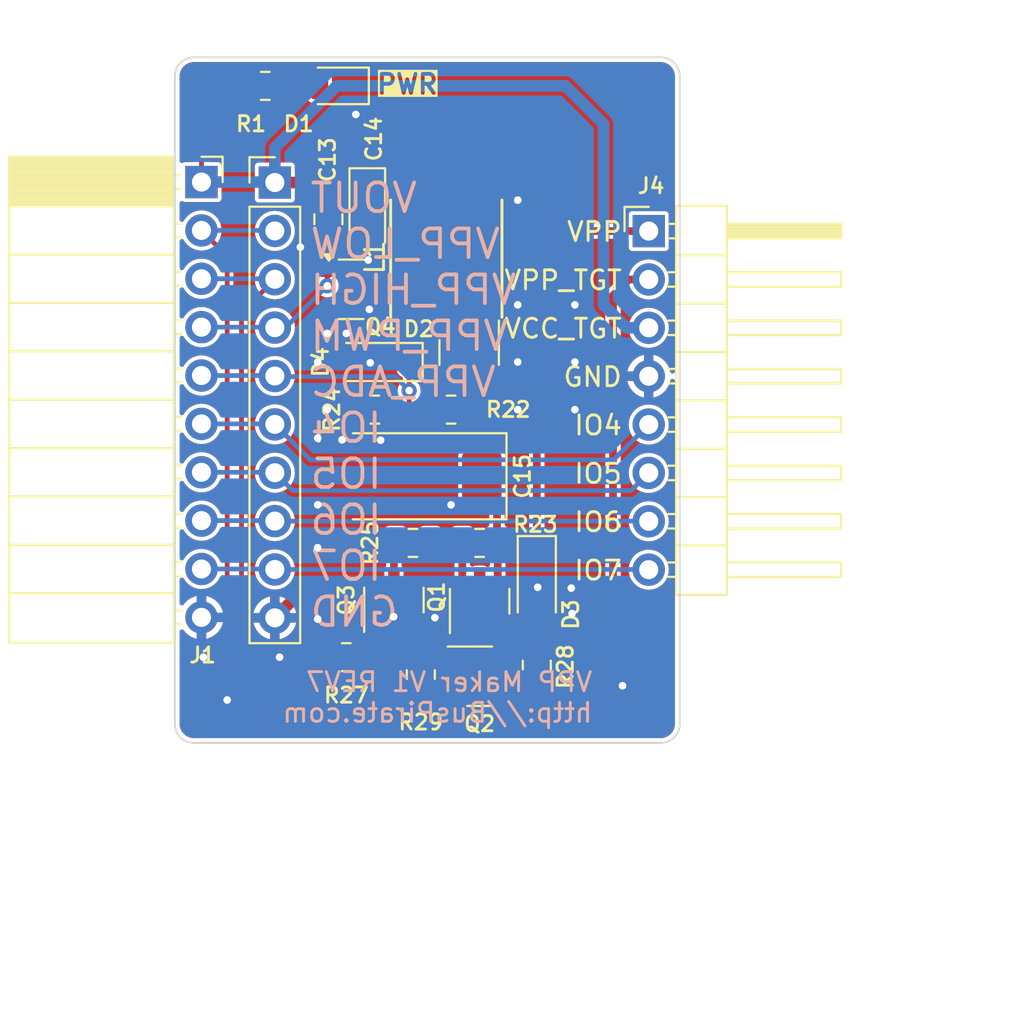
<source format=kicad_pcb>
(kicad_pcb (version 20240108) (generator "pcbnew") (generator_version "8.0")
  (layers (0 "F.Cu" signal) (31 "B.Cu" signal) (34 "B.Paste" user) (35 "F.Paste" user) (36 "B.SilkS" user "B.Silkscreen") (37 "F.SilkS" user "F.Silkscreen") (38 "B.Mask" user) (39 "F.Mask" user) (44 "Edge.Cuts" user))
  (net 0 "")
  (net 1 "Net-(D1-A)")
  (net 2 "VOUT")
  (net 3 "GND")
  (net 4 "VPP")
  (net 5 "IO4")
  (net 6 "IO5")
  (net 7 "IO6")
  (net 8 "IO7")
  (net 9 "VPP_HIGH")
  (net 10 "VPP_LOW")
  (net 11 "VPP_ADC")
  (net 12 "VPP_PWM")
  (net 13 "VPP_SW")
  (net 14 "Net-(D2-A)")
  (net 16 "Net-(Q1-B)")
  (net 17 "Net-(Q2-B)")
  (net 18 "Net-(Q2-C)")
  (net 19 "Net-(Q3-B)")
  (net 20 "Net-(Q3-C)")
  (footprint "Package_TO_SOT_SMD:SOT-23" (layer "F.Cu") (at 148.5 97.5 90)
    (property "Reference" "Q3" (at 0 -2.5 90) (layer "F.SilkS") (effects (font (size 0.8 0.8))))
    (property "Value" "MMBT3904")
    (fp_line (start 0 -1.56) (end 0.65 -1.56) (stroke (width 0.12)) (layer "F.SilkS"))
    (fp_line (start 0 -1.56) (end -1.675 -1.56) (stroke (width 0.12)) (layer "F.SilkS"))
    (fp_line (start 0 1.56) (end 0.65 1.56) (stroke (width 0.12)) (layer "F.SilkS"))
    (fp_line (start 0 1.56) (end -0.65 1.56) (stroke (width 0.12)) (layer "F.SilkS"))
    (pad "1" smd roundrect (at -0.9375 -0.95 90) (size 1.475 0.6) (layers "F.Cu" "F.Paste" "F.Mask") (net 19 "Net-(Q3-B)"))
    (pad "2" smd roundrect (at -0.9375 0.95 90) (size 1.475 0.6) (layers "F.Cu" "F.Paste" "F.Mask") (net 3 "GND"))
    (pad "3" smd roundrect (at 0.9375 0 90) (size 1.475 0.6) (layers "F.Cu" "F.Paste" "F.Mask") (net 20 "Net-(Q3-C)"))
  )
  (footprint "Package_TO_SOT_SMD:SOT-23" (layer "F.Cu") (at 152.45 84.5 -90)
    (property "Reference" "D2" (at -1.234493 2.644261 180) (layer "F.SilkS") (effects (font (size 0.8 0.8))))
    (property "Value" "BAT54W")
    (fp_line (start 0 1.56) (end -0.65 1.56) (stroke (width 0.12)) (layer "F.SilkS"))
    (fp_line (start 0 1.56) (end 0.65 1.56) (stroke (width 0.12)) (layer "F.SilkS"))
    (fp_line (start 0 -1.56) (end -1.675 -1.56) (stroke (width 0.12)) (layer "F.SilkS"))
    (fp_line (start 0 -1.56) (end 0.65 -1.56) (stroke (width 0.12)) (layer "F.SilkS"))
    (pad "1" smd roundrect (at -0.9375 -0.95 270) (size 1.475 0.6) (layers "F.Cu" "F.Paste" "F.Mask") (net 14 "Net-(D2-A)"))
    (pad "2" smd roundrect (at -0.9375 0.95 270) (size 1.475 0.6) (layers "F.Cu" "F.Paste" "F.Mask"))
    (pad "3" smd roundrect (at 0.9375 0 270) (size 1.475 0.6) (layers "F.Cu" "F.Paste" "F.Mask") (net 4 "VPP"))
  )
  (footprint "LED_SMD:LED_0805_2012Metric" (layer "F.Cu") (at 145.5 70.5 180)
    (property "Reference" "D1" (at 2 -2 180) (layer "F.SilkS") (effects (font (size 0.8 0.8))))
    (property "Value" "LED")
    (fp_line (start 1 -0.96) (end -1.685 -0.96) (stroke (width 0.12)) (layer "F.SilkS"))
    (fp_line (start -1.685 0.96) (end 1 0.96) (stroke (width 0.12)) (layer "F.SilkS"))
    (fp_line (start -1.685 -0.96) (end -1.685 0.96) (stroke (width 0.12)) (layer "F.SilkS"))
    (pad "1" smd roundrect (at -0.9375 0 180) (size 0.975 1.4) (layers "F.Cu" "F.Paste" "F.Mask") (net 3 "GND"))
    (pad "2" smd roundrect (at 0.9375 0 180) (size 0.975 1.4) (layers "F.Cu" "F.Paste" "F.Mask") (net 1 "Net-(D1-A)"))
  )
  (footprint "Capacitor_SMD:C_0805_2012Metric_Pad1.18x1.45mm_HandSolder" (layer "F.Cu") (at 145.059864 77.5 -90)
    (property "Reference" "C13" (at -3.121507 0.039333 90) (layer "F.SilkS") (effects (font (size 0.8 0.8))))
    (property "Value" "0.1uF")
    (fp_line (start -0.261252 0.735) (end 0.261252 0.735) (stroke (width 0.12)) (layer "F.SilkS"))
    (fp_line (start -0.261252 -0.735) (end 0.261252 -0.735) (stroke (width 0.12)) (layer "F.SilkS"))
    (pad "1" smd roundrect (at -1.0375 0 270) (size 1.175 1.45) (layers "F.Cu" "F.Paste" "F.Mask") (roundrect_rratio 0.2127659574) (net 2 "VOUT"))
    (pad "2" smd roundrect (at 1.0375 0 270) (size 1.175 1.45) (layers "F.Cu" "F.Paste" "F.Mask") (roundrect_rratio 0.2127659574) (net 3 "GND"))
  )
  (footprint "Diode_SMD:D_SOD-123" (layer "F.Cu") (at 147.65 85 180)
    (property "Reference" "D4" (at 3 0 -90) (layer "F.SilkS") (effects (font (size 0.8 0.8))))
    (property "Value" "4.7V")
    (fp_line (start -2.36 1) (end 1.65 1) (stroke (width 0.12)) (layer "F.SilkS"))
    (fp_line (start -2.36 -1) (end 1.65 -1) (stroke (width 0.12)) (layer "F.SilkS"))
    (fp_line (start -2.36 -1) (end -2.36 1) (stroke (width 0.12)) (layer "F.SilkS"))
    (pad "1" smd roundrect (at -1.65 0 180) (size 0.9 1.2) (layers "F.Cu" "F.Paste" "F.Mask") (net 11 "VPP_ADC"))
    (pad "2" smd roundrect (at 1.65 0 180) (size 0.9 1.2) (layers "F.Cu" "F.Paste" "F.Mask") (net 3 "GND"))
  )
  (footprint "Resistor_SMD:R_0805_2012Metric" (layer "F.Cu") (at 156 100.9125 90)
    (property "Reference" "R28" (at -0.0875 1.5 90) (layer "F.SilkS") (effects (font (size 0.8 0.8))))
    (property "Value" "100R")
    (fp_line (start -0.227064 -0.735) (end 0.227064 -0.735) (stroke (width 0.12)) (layer "F.SilkS"))
    (fp_line (start -0.227064 0.735) (end 0.227064 0.735) (stroke (width 0.12)) (layer "F.SilkS"))
    (pad "1" smd roundrect (at -0.9125 0 90) (size 1.025 1.4) (layers "F.Cu" "F.Paste" "F.Mask") (roundrect_rratio 0.243902439) (net 18 "Net-(Q2-C)"))
    (pad "2" smd roundrect (at 0.9125 0 90) (size 1.025 1.4) (layers "F.Cu" "F.Paste" "F.Mask") (roundrect_rratio 0.243902439) (net 13 "VPP_SW"))
  )
  (footprint "Connector_PinSocket_2.54mm:PinSocket_1x10_P2.54mm_Horizontal" (layer "F.Cu") (at 138.4 75.55)
    (property "Reference" "J1" (at 0.062558 24.844393 180) (layer "F.SilkS") (effects (font (size 0.8 0.8))))
    (property "Value" "Conn_01x10" (hide yes))
    (fp_line (start -10.09 -1.33) (end -10.09 24.19) (stroke (width 0.12)) (layer "F.SilkS"))
    (fp_line (start -10.09 -1.33) (end -1.46 -1.33) (stroke (width 0.12)) (layer "F.SilkS"))
    (fp_line (start -10.09 -1.21) (end -1.46 -1.21) (stroke (width 0.12)) (layer "F.SilkS"))
    (fp_line (start -10.09 -1.091905) (end -1.46 -1.091905) (stroke (width 0.12)) (layer "F.SilkS"))
    (fp_line (start -10.09 -0.97381) (end -1.46 -0.97381) (stroke (width 0.12)) (layer "F.SilkS"))
    (fp_line (start -10.09 -0.855715) (end -1.46 -0.855715) (stroke (width 0.12)) (layer "F.SilkS"))
    (fp_line (start -10.09 -0.73762) (end -1.46 -0.73762) (stroke (width 0.12)) (layer "F.SilkS"))
    (fp_line (start -10.09 -0.619525) (end -1.46 -0.619525) (stroke (width 0.12)) (layer "F.SilkS"))
    (fp_line (start -10.09 -0.50143) (end -1.46 -0.50143) (stroke (width 0.12)) (layer "F.SilkS"))
    (fp_line (start -10.09 -0.383335) (end -1.46 -0.383335) (stroke (width 0.12)) (layer "F.SilkS"))
    (fp_line (start -10.09 -0.26524) (end -1.46 -0.26524) (stroke (width 0.12)) (layer "F.SilkS"))
    (fp_line (start -10.09 -0.147145) (end -1.46 -0.147145) (stroke (width 0.12)) (layer "F.SilkS"))
    (fp_line (start -10.09 -0.02905) (end -1.46 -0.02905) (stroke (width 0.12)) (layer "F.SilkS"))
    (fp_line (start -10.09 0.089045) (end -1.46 0.089045) (stroke (width 0.12)) (layer "F.SilkS"))
    (fp_line (start -10.09 0.20714) (end -1.46 0.20714) (stroke (width 0.12)) (layer "F.SilkS"))
    (fp_line (start -10.09 0.325235) (end -1.46 0.325235) (stroke (width 0.12)) (layer "F.SilkS"))
    (fp_line (start -10.09 0.44333) (end -1.46 0.44333) (stroke (width 0.12)) (layer "F.SilkS"))
    (fp_line (start -10.09 0.561425) (end -1.46 0.561425) (stroke (width 0.12)) (layer "F.SilkS"))
    (fp_line (start -10.09 0.67952) (end -1.46 0.67952) (stroke (width 0.12)) (layer "F.SilkS"))
    (fp_line (start -10.09 0.797615) (end -1.46 0.797615) (stroke (width 0.12)) (layer "F.SilkS"))
    (fp_line (start -10.09 0.91571) (end -1.46 0.91571) (stroke (width 0.12)) (layer "F.SilkS"))
    (fp_line (start -10.09 1.033805) (end -1.46 1.033805) (stroke (width 0.12)) (layer "F.SilkS"))
    (fp_line (start -10.09 1.1519) (end -1.46 1.1519) (stroke (width 0.12)) (layer "F.SilkS"))
    (fp_line (start -10.09 1.27) (end -1.46 1.27) (stroke (width 0.12)) (layer "F.SilkS"))
    (fp_line (start -10.09 3.81) (end -1.46 3.81) (stroke (width 0.12)) (layer "F.SilkS"))
    (fp_line (start -10.09 6.35) (end -1.46 6.35) (stroke (width 0.12)) (layer "F.SilkS"))
    (fp_line (start -10.09 8.89) (end -1.46 8.89) (stroke (width 0.12)) (layer "F.SilkS"))
    (fp_line (start -10.09 11.43) (end -1.46 11.43) (stroke (width 0.12)) (layer "F.SilkS"))
    (fp_line (start -10.09 13.97) (end -1.46 13.97) (stroke (width 0.12)) (layer "F.SilkS"))
    (fp_line (start -10.09 16.51) (end -1.46 16.51) (stroke (width 0.12)) (layer "F.SilkS"))
    (fp_line (start -10.09 19.05) (end -1.46 19.05) (stroke (width 0.12)) (layer "F.SilkS"))
    (fp_line (start -10.09 21.59) (end -1.46 21.59) (stroke (width 0.12)) (layer "F.SilkS"))
    (fp_line (start -10.09 24.19) (end -1.46 24.19) (stroke (width 0.12)) (layer "F.SilkS"))
    (fp_line (start -1.46 -1.33) (end -1.46 24.19) (stroke (width 0.12)) (layer "F.SilkS"))
    (fp_line (start -1.46 -0.36) (end -1.11 -0.36) (stroke (width 0.12)) (layer "F.SilkS"))
    (fp_line (start -1.46 0.36) (end -1.11 0.36) (stroke (width 0.12)) (layer "F.SilkS"))
    (fp_line (start -1.46 2.18) (end -1.05 2.18) (stroke (width 0.12)) (layer "F.SilkS"))
    (fp_line (start -1.46 2.9) (end -1.05 2.9) (stroke (width 0.12)) (layer "F.SilkS"))
    (fp_line (start -1.46 4.72) (end -1.05 4.72) (stroke (width 0.12)) (layer "F.SilkS"))
    (fp_line (start -1.46 5.44) (end -1.05 5.44) (stroke (width 0.12)) (layer "F.SilkS"))
    (fp_line (start -1.46 7.26) (end -1.05 7.26) (stroke (width 0.12)) (layer "F.SilkS"))
    (fp_line (start -1.46 7.98) (end -1.05 7.98) (stroke (width 0.12)) (layer "F.SilkS"))
    (fp_line (start -1.46 9.8) (end -1.05 9.8) (stroke (width 0.12)) (layer "F.SilkS"))
    (fp_line (start -1.46 10.52) (end -1.05 10.52) (stroke (width 0.12)) (layer "F.SilkS"))
    (fp_line (start -1.46 12.34) (end -1.05 12.34) (stroke (width 0.12)) (layer "F.SilkS"))
    (fp_line (start -1.46 13.06) (end -1.05 13.06) (stroke (width 0.12)) (layer "F.SilkS"))
    (fp_line (start -1.46 14.88) (end -1.05 14.88) (stroke (width 0.12)) (layer "F.SilkS"))
    (fp_line (start -1.46 15.6) (end -1.05 15.6) (stroke (width 0.12)) (layer "F.SilkS"))
    (fp_line (start -1.46 17.42) (end -1.05 17.42) (stroke (width 0.12)) (layer "F.SilkS"))
    (fp_line (start -1.46 18.14) (end -1.05 18.14) (stroke (width 0.12)) (layer "F.SilkS"))
    (fp_line (start -1.46 19.96) (end -1.05 19.96) (stroke (width 0.12)) (layer "F.SilkS"))
    (fp_line (start -1.46 20.68) (end -1.05 20.68) (stroke (width 0.12)) (layer "F.SilkS"))
    (fp_line (start -1.46 22.5) (end -1.05 22.5) (stroke (width 0.12)) (layer "F.SilkS"))
    (fp_line (start -1.46 23.22) (end -1.05 23.22) (stroke (width 0.12)) (layer "F.SilkS"))
    (fp_line (start 0 -1.33) (end 1.11 -1.33) (stroke (width 0.12)) (layer "F.SilkS"))
    (fp_line (start 1.11 -1.33) (end 1.11 0) (stroke (width 0.12)) (layer "F.SilkS"))
    (pad "1" thru_hole rect (at 0 0) (size 1.7 1.7) (drill 1) (layers "*.Cu" "*.Mask") (net 2 "VOUT"))
    (pad "2" thru_hole oval (at 0 2.54) (size 1.7 1.7) (drill 1) (layers "*.Cu" "*.Mask") (net 10 "VPP_LOW"))
    (pad "3" thru_hole oval (at 0 5.08) (size 1.7 1.7) (drill 1) (layers "*.Cu" "*.Mask") (net 9 "VPP_HIGH"))
    (pad "4" thru_hole oval (at 0 7.62) (size 1.7 1.7) (drill 1) (layers "*.Cu" "*.Mask") (net 12 "VPP_PWM"))
    (pad "5" thru_hole oval (at 0 10.16) (size 1.7 1.7) (drill 1) (layers "*.Cu" "*.Mask") (net 11 "VPP_ADC"))
    (pad "6" thru_hole oval (at 0 12.7) (size 1.7 1.7) (drill 1) (layers "*.Cu" "*.Mask") (net 5 "IO4"))
    (pad "7" thru_hole oval (at 0 15.24) (size 1.7 1.7) (drill 1) (layers "*.Cu" "*.Mask") (net 6 "IO5"))
    (pad "8" thru_hole oval (at 0 17.78) (size 1.7 1.7) (drill 1) (layers "*.Cu" "*.Mask") (net 7 "IO6"))
    (pad "9" thru_hole oval (at 0 20.32) (size 1.7 1.7) (drill 1) (layers "*.Cu" "*.Mask") (net 8 "IO7"))
    (pad "10" thru_hole oval (at 0 22.86) (size 1.7 1.7) (drill 1) (layers "*.Cu" "*.Mask") (net 3 "GND"))
  )
  (footprint "Package_TO_SOT_SMD:SOT-23" (layer "F.Cu") (at 153 97.5625 90)
    (property "Reference" "Q1" (at 0.220457 -2.257008 90) (layer "F.SilkS") (effects (font (size 0.8 0.8))))
    (property "Value" "MMBT3906")
    (fp_line (start 0 -1.56) (end 0.65 -1.56) (stroke (width 0.12)) (layer "F.SilkS"))
    (fp_line (start 0 -1.56) (end -1.675 -1.56) (stroke (width 0.12)) (layer "F.SilkS"))
    (fp_line (start 0 1.56) (end 0.65 1.56) (stroke (width 0.12)) (layer "F.SilkS"))
    (fp_line (start 0 1.56) (end -0.65 1.56) (stroke (width 0.12)) (layer "F.SilkS"))
    (pad "1" smd roundrect (at -0.9375 -0.95 90) (size 1.475 0.6) (layers "F.Cu" "F.Paste" "F.Mask") (net 16 "Net-(Q1-B)"))
    (pad "2" smd roundrect (at -0.9375 0.95 90) (size 1.475 0.6) (layers "F.Cu" "F.Paste" "F.Mask") (net 4 "VPP"))
    (pad "3" smd roundrect (at 0.9375 0 90) (size 1.475 0.6) (layers "F.Cu" "F.Paste" "F.Mask") (net 13 "VPP_SW"))
  )
  (footprint "Resistor_SMD:R_0805_2012Metric" (layer "F.Cu") (at 149.9125 101.4125 -90)
    (property "Reference" "R29" (at 2.5 0 0) (layer "F.SilkS") (effects (font (size 0.8 0.8))))
    (property "Value" "10K")
    (fp_line (start -0.227064 0.735) (end 0.227064 0.735) (stroke (width 0.12)) (layer "F.SilkS"))
    (fp_line (start -0.227064 -0.735) (end 0.227064 -0.735) (stroke (width 0.12)) (layer "F.SilkS"))
    (pad "1" smd roundrect (at -0.9125 0 270) (size 1.025 1.4) (layers "F.Cu" "F.Paste" "F.Mask") (roundrect_rratio 0.243902439) (net 17 "Net-(Q2-B)"))
    (pad "2" smd roundrect (at 0.9125 0 270) (size 1.025 1.4) (layers "F.Cu" "F.Paste" "F.Mask") (roundrect_rratio 0.243902439) (net 10 "VPP_LOW"))
  )
  (footprint "Resistor_SMD:R_0805_2012Metric" (layer "F.Cu") (at 147.5 87.5 180)
    (property "Reference" "R24" (at 2.25 0 90) (layer "F.SilkS") (effects (font (size 0.8 0.8))))
    (property "Value" "2K")
    (fp_line (start -0.227064 0.735) (end 0.227064 0.735) (stroke (width 0.12)) (layer "F.SilkS"))
    (fp_line (start -0.227064 -0.735) (end 0.227064 -0.735) (stroke (width 0.12)) (layer "F.SilkS"))
    (pad "1" smd roundrect (at -0.9125 0 180) (size 1.025 1.4) (layers "F.Cu" "F.Paste" "F.Mask") (roundrect_rratio 0.243902439) (net 11 "VPP_ADC"))
    (pad "2" smd roundrect (at 0.9125 0 180) (size 1.025 1.4) (layers "F.Cu" "F.Paste" "F.Mask") (roundrect_rratio 0.243902439) (net 3 "GND"))
  )
  (footprint "Capacitor_Tantalum_SMD:CP_EIA-3216-18_Kemet-A" (layer "F.Cu") (at 147.102685 77.137256 -90)
    (property "Reference" "C14" (at -3.850608 -0.341479 90) (layer "F.SilkS") (effects (font (size 0.8 0.8))))
    (property "Value" "10uF/16V/CASE-A")
    (fp_line (start -2.31 0.935) (end 1.6 0.935) (stroke (width 0.12)) (layer "F.SilkS"))
    (fp_line (start -2.31 -0.935) (end -2.31 0.935) (stroke (width 0.12)) (layer "F.SilkS"))
    (fp_line (start 1.6 -0.935) (end -2.31 -0.935) (stroke (width 0.12)) (layer "F.SilkS"))
    (pad "1" smd roundrect (at -1.35 0 270) (size 1.4 1.35) (layers "F.Cu" "F.Paste" "F.Mask") (roundrect_rratio 0.1851851852) (net 2 "VOUT"))
    (pad "2" smd roundrect (at 1.35 0 270) (size 1.4 1.35) (layers "F.Cu" "F.Paste" "F.Mask") (roundrect_rratio 0.1851851852) (net 3 "GND"))
  )
  (footprint "Resistor_SMD:R_0805_2012Metric" (layer "F.Cu") (at 153 94.5)
    (property "Reference" "R23" (at 2.926413 -0.966769 0) (layer "F.SilkS") (effects (font (size 0.8 0.8))))
    (property "Value" "100K")
    (fp_line (start -0.227064 -0.735) (end 0.227064 -0.735) (stroke (width 0.12)) (layer "F.SilkS"))
    (fp_line (start -0.227064 0.735) (end 0.227064 0.735) (stroke (width 0.12)) (layer "F.SilkS"))
    (pad "1" smd roundrect (at -0.9125 0) (size 1.025 1.4) (layers "F.Cu" "F.Paste" "F.Mask") (roundrect_rratio 0.243902439) (net 16 "Net-(Q1-B)"))
    (pad "2" smd roundrect (at 0.9125 0) (size 1.025 1.4) (layers "F.Cu" "F.Paste" "F.Mask") (roundrect_rratio 0.243902439) (net 4 "VPP"))
  )
  (footprint "Capacitor_Tantalum_SMD:CP_EIA-7343-31_Kemet-D" (layer "F.Cu") (at 150 91 180)
    (property "Reference" "C15" (at -5.25 0 90) (layer "F.SilkS") (effects (font (size 0.8 0.8))))
    (property "Value" "47uF/25V/CASE-D")
    (fp_line (start 3.65 -2.26) (end -4.41 -2.26) (stroke (width 0.12)) (layer "F.SilkS"))
    (fp_line (start -4.41 2.26) (end 3.65 2.26) (stroke (width 0.12)) (layer "F.SilkS"))
    (fp_line (start -4.41 -2.26) (end -4.41 2.26) (stroke (width 0.12)) (layer "F.SilkS"))
    (pad "1" smd roundrect (at -3.1125 0 180) (size 2.075 2.55) (layers "F.Cu" "F.Paste" "F.Mask") (roundrect_rratio 0.1204819277) (net 4 "VPP"))
    (pad "2" smd roundrect (at 3.1125 0 180) (size 2.075 2.55) (layers "F.Cu" "F.Paste" "F.Mask") (roundrect_rratio 0.1204819277) (net 3 "GND"))
  )
  (footprint "Package_TO_SOT_SMD:SOT-23" (layer "F.Cu") (at 153 101.5)
    (property "Reference" "Q2" (at 0 2.5 0) (layer "F.SilkS") (effects (font (size 0.8 0.8))))
    (property "Value" "MMBT3904")
    (fp_line (start 0 -1.56) (end -1.675 -1.56) (stroke (width 0.12)) (layer "F.SilkS"))
    (fp_line (start 0 -1.56) (end 0.65 -1.56) (stroke (width 0.12)) (layer "F.SilkS"))
    (fp_line (start 0 1.56) (end -0.65 1.56) (stroke (width 0.12)) (layer "F.SilkS"))
    (fp_line (start 0 1.56) (end 0.65 1.56) (stroke (width 0.12)) (layer "F.SilkS"))
    (pad "1" smd roundrect (at -0.9375 -0.95) (size 1.475 0.6) (layers "F.Cu" "F.Paste" "F.Mask") (net 17 "Net-(Q2-B)"))
    (pad "2" smd roundrect (at -0.9375 0.95) (size 1.475 0.6) (layers "F.Cu" "F.Paste" "F.Mask") (net 3 "GND"))
    (pad "3" smd roundrect (at 0.9375 0) (size 1.475 0.6) (layers "F.Cu" "F.Paste" "F.Mask") (net 18 "Net-(Q2-C)"))
  )
  (footprint "Connector_PinHeader_2.54mm:PinHeader_1x10_P2.54mm_Vertical" (layer "F.Cu") (at 142.25 75.575)
    (property "Reference" "J2")
    (property "Value" "Conn_01x10" (hide yes))
    (fp_line (start -1.33 -1.33) (end 0 -1.33) (stroke (width 0.12)) (layer "F.SilkS"))
    (fp_line (start -1.33 0) (end -1.33 -1.33) (stroke (width 0.12)) (layer "F.SilkS"))
    (fp_line (start -1.33 1.27) (end -1.33 24.19) (stroke (width 0.12)) (layer "F.SilkS"))
    (fp_line (start -1.33 1.27) (end 1.33 1.27) (stroke (width 0.12)) (layer "F.SilkS"))
    (fp_line (start -1.33 24.19) (end 1.33 24.19) (stroke (width 0.12)) (layer "F.SilkS"))
    (fp_line (start 1.33 1.27) (end 1.33 24.19) (stroke (width 0.12)) (layer "F.SilkS"))
    (pad "1" thru_hole rect (at 0 0) (size 1.7 1.7) (drill 1) (layers "*.Cu" "*.Mask") (net 2 "VOUT"))
    (pad "2" thru_hole oval (at 0 2.54) (size 1.7 1.7) (drill 1) (layers "*.Cu" "*.Mask") (net 10 "VPP_LOW"))
    (pad "3" thru_hole oval (at 0 5.08) (size 1.7 1.7) (drill 1) (layers "*.Cu" "*.Mask") (net 9 "VPP_HIGH"))
    (pad "4" thru_hole oval (at 0 7.62) (size 1.7 1.7) (drill 1) (layers "*.Cu" "*.Mask") (net 12 "VPP_PWM"))
    (pad "5" thru_hole oval (at 0 10.16) (size 1.7 1.7) (drill 1) (layers "*.Cu" "*.Mask") (net 11 "VPP_ADC"))
    (pad "6" thru_hole oval (at 0 12.7) (size 1.7 1.7) (drill 1) (layers "*.Cu" "*.Mask") (net 5 "IO4"))
    (pad "7" thru_hole oval (at 0 15.24) (size 1.7 1.7) (drill 1) (layers "*.Cu" "*.Mask") (net 6 "IO5"))
    (pad "8" thru_hole oval (at 0 17.78) (size 1.7 1.7) (drill 1) (layers "*.Cu" "*.Mask") (net 7 "IO6"))
    (pad "9" thru_hole oval (at 0 20.32) (size 1.7 1.7) (drill 1) (layers "*.Cu" "*.Mask") (net 8 "IO7"))
    (pad "10" thru_hole oval (at 0 22.86) (size 1.7 1.7) (drill 1) (layers "*.Cu" "*.Mask") (net 3 "GND"))
  )
  (footprint "Connector_PinHeader_2.54mm:PinHeader_1x08_P2.54mm_Horizontal" (layer "F.Cu") (at 161.875 78.125)
    (property "Reference" "J4" (at 0.125 -2.375 0) (layer "F.SilkS") (effects (font (size 0.8 0.8))))
    (property "Value" "Conn_01x08")
    (fp_line (start -1.27 -1.27) (end 0 -1.27) (stroke (width 0.12)) (layer "F.SilkS"))
    (fp_line (start -1.27 0) (end -1.27 -1.27) (stroke (width 0.12)) (layer "F.SilkS"))
    (fp_line (start 1.042929 2.16) (end 1.44 2.16) (stroke (width 0.12)) (layer "F.SilkS"))
    (fp_line (start 1.042929 2.92) (end 1.44 2.92) (stroke (width 0.12)) (layer "F.SilkS"))
    (fp_line (start 1.042929 4.7) (end 1.44 4.7) (stroke (width 0.12)) (layer "F.SilkS"))
    (fp_line (start 1.042929 5.46) (end 1.44 5.46) (stroke (width 0.12)) (layer "F.SilkS"))
    (fp_line (start 1.042929 7.24) (end 1.44 7.24) (stroke (width 0.12)) (layer "F.SilkS"))
    (fp_line (start 1.042929 8) (end 1.44 8) (stroke (width 0.12)) (layer "F.SilkS"))
    (fp_line (start 1.042929 9.78) (end 1.44 9.78) (stroke (width 0.12)) (layer "F.SilkS"))
    (fp_line (start 1.042929 10.54) (end 1.44 10.54) (stroke (width 0.12)) (layer "F.SilkS"))
    (fp_line (start 1.042929 12.32) (end 1.44 12.32) (stroke (width 0.12)) (layer "F.SilkS"))
    (fp_line (start 1.042929 13.08) (end 1.44 13.08) (stroke (width 0.12)) (layer "F.SilkS"))
    (fp_line (start 1.042929 14.86) (end 1.44 14.86) (stroke (width 0.12)) (layer "F.SilkS"))
    (fp_line (start 1.042929 15.62) (end 1.44 15.62) (stroke (width 0.12)) (layer "F.SilkS"))
    (fp_line (start 1.042929 17.4) (end 1.44 17.4) (stroke (width 0.12)) (layer "F.SilkS"))
    (fp_line (start 1.042929 18.16) (end 1.44 18.16) (stroke (width 0.12)) (layer "F.SilkS"))
    (fp_line (start 1.11 -0.38) (end 1.44 -0.38) (stroke (width 0.12)) (layer "F.SilkS"))
    (fp_line (start 1.11 0.38) (end 1.44 0.38) (stroke (width 0.12)) (layer "F.SilkS"))
    (fp_line (start 1.44 -1.33) (end 1.44 19.11) (stroke (width 0.12)) (layer "F.SilkS"))
    (fp_line (start 1.44 1.27) (end 4.1 1.27) (stroke (width 0.12)) (layer "F.SilkS"))
    (fp_line (start 1.44 3.81) (end 4.1 3.81) (stroke (width 0.12)) (layer "F.SilkS"))
    (fp_line (start 1.44 6.35) (end 4.1 6.35) (stroke (width 0.12)) (layer "F.SilkS"))
    (fp_line (start 1.44 8.89) (end 4.1 8.89) (stroke (width 0.12)) (layer "F.SilkS"))
    (fp_line (start 1.44 11.43) (end 4.1 11.43) (stroke (width 0.12)) (layer "F.SilkS"))
    (fp_line (start 1.44 13.97) (end 4.1 13.97) (stroke (width 0.12)) (layer "F.SilkS"))
    (fp_line (start 1.44 16.51) (end 4.1 16.51) (stroke (width 0.12)) (layer "F.SilkS"))
    (fp_line (start 1.44 19.11) (end 4.1 19.11) (stroke (width 0.12)) (layer "F.SilkS"))
    (fp_line (start 4.1 -1.33) (end 1.44 -1.33) (stroke (width 0.12)) (layer "F.SilkS"))
    (fp_line (start 4.1 -0.38) (end 10.1 -0.38) (stroke (width 0.12)) (layer "F.SilkS"))
    (fp_line (start 4.1 -0.32) (end 10.1 -0.32) (stroke (width 0.12)) (layer "F.SilkS"))
    (fp_line (start 4.1 -0.2) (end 10.1 -0.2) (stroke (width 0.12)) (layer "F.SilkS"))
    (fp_line (start 4.1 -0.08) (end 10.1 -0.08) (stroke (width 0.12)) (layer "F.SilkS"))
    (fp_line (start 4.1 0.04) (end 10.1 0.04) (stroke (width 0.12)) (layer "F.SilkS"))
    (fp_line (start 4.1 0.16) (end 10.1 0.16) (stroke (width 0.12)) (layer "F.SilkS"))
    (fp_line (start 4.1 0.28) (end 10.1 0.28) (stroke (width 0.12)) (layer "F.SilkS"))
    (fp_line (start 4.1 2.16) (end 10.1 2.16) (stroke (width 0.12)) (layer "F.SilkS"))
    (fp_line (start 4.1 4.7) (end 10.1 4.7) (stroke (width 0.12)) (layer "F.SilkS"))
    (fp_line (start 4.1 7.24) (end 10.1 7.24) (stroke (width 0.12)) (layer "F.SilkS"))
    (fp_line (start 4.1 9.78) (end 10.1 9.78) (stroke (width 0.12)) (layer "F.SilkS"))
    (fp_line (start 4.1 12.32) (end 10.1 12.32) (stroke (width 0.12)) (layer "F.SilkS"))
    (fp_line (start 4.1 14.86) (end 10.1 14.86) (stroke (width 0.12)) (layer "F.SilkS"))
    (fp_line (start 4.1 17.4) (end 10.1 17.4) (stroke (width 0.12)) (layer "F.SilkS"))
    (fp_line (start 4.1 19.11) (end 4.1 -1.33) (stroke (width 0.12)) (layer "F.SilkS"))
    (fp_line (start 10.1 -0.38) (end 10.1 0.38) (stroke (width 0.12)) (layer "F.SilkS"))
    (fp_line (start 10.1 0.38) (end 4.1 0.38) (stroke (width 0.12)) (layer "F.SilkS"))
    (fp_line (start 10.1 2.16) (end 10.1 2.92) (stroke (width 0.12)) (layer "F.SilkS"))
    (fp_line (start 10.1 2.92) (end 4.1 2.92) (stroke (width 0.12)) (layer "F.SilkS"))
    (fp_line (start 10.1 4.7) (end 10.1 5.46) (stroke (width 0.12)) (layer "F.SilkS"))
    (fp_line (start 10.1 5.46) (end 4.1 5.46) (stroke (width 0.12)) (layer "F.SilkS"))
    (fp_line (start 10.1 7.24) (end 10.1 8) (stroke (width 0.12)) (layer "F.SilkS"))
    (fp_line (start 10.1 8) (end 4.1 8) (stroke (width 0.12)) (layer "F.SilkS"))
    (fp_line (start 10.1 9.78) (end 10.1 10.54) (stroke (width 0.12)) (layer "F.SilkS"))
    (fp_line (start 10.1 10.54) (end 4.1 10.54) (stroke (width 0.12)) (layer "F.SilkS"))
    (fp_line (start 10.1 12.32) (end 10.1 13.08) (stroke (width 0.12)) (layer "F.SilkS"))
    (fp_line (start 10.1 13.08) (end 4.1 13.08) (stroke (width 0.12)) (layer "F.SilkS"))
    (fp_line (start 10.1 14.86) (end 10.1 15.62) (stroke (width 0.12)) (layer "F.SilkS"))
    (fp_line (start 10.1 15.62) (end 4.1 15.62) (stroke (width 0.12)) (layer "F.SilkS"))
    (fp_line (start 10.1 17.4) (end 10.1 18.16) (stroke (width 0.12)) (layer "F.SilkS"))
    (fp_line (start 10.1 18.16) (end 4.1 18.16) (stroke (width 0.12)) (layer "F.SilkS"))
    (pad "1" thru_hole rect (at 0 0) (size 1.7 1.7) (drill 1) (layers "*.Cu" "*.Mask") (net 4 "VPP"))
    (pad "2" thru_hole oval (at 0 2.54) (size 1.7 1.7) (drill 1) (layers "*.Cu" "*.Mask") (net 13 "VPP_SW"))
    (pad "3" thru_hole oval (at 0 5.08) (size 1.7 1.7) (drill 1) (layers "*.Cu" "*.Mask") (net 2 "VOUT"))
    (pad "4" thru_hole oval (at 0 7.62) (size 1.7 1.7) (drill 1) (layers "*.Cu" "*.Mask") (net 3 "GND"))
    (pad "5" thru_hole oval (at 0 10.16) (size 1.7 1.7) (drill 1) (layers "*.Cu" "*.Mask") (net 5 "IO4"))
    (pad "6" thru_hole oval (at 0 12.7) (size 1.7 1.7) (drill 1) (layers "*.Cu" "*.Mask") (net 6 "IO5"))
    (pad "7" thru_hole oval (at 0 15.24) (size 1.7 1.7) (drill 1) (layers "*.Cu" "*.Mask") (net 7 "IO6"))
    (pad "8" thru_hole oval (at 0 17.78) (size 1.7 1.7) (drill 1) (layers "*.Cu" "*.Mask") (net 8 "IO7"))
  )
  (footprint "Package_TO_SOT_SMD:SOT-23" (layer "F.Cu") (at 146.250028 81.182666)
    (property "Reference" "Q4" (at 1.537841 1.970068 0) (layer "F.SilkS") (effects (font (size 0.8 0.8))))
    (property "Value" "MMBT3904")
    (fp_line (start 0 -1.56) (end -0.65 -1.56) (stroke (width 0.12)) (layer "F.SilkS"))
    (fp_line (start 0 -1.56) (end 0.65 -1.56) (stroke (width 0.12)) (layer "F.SilkS"))
    (fp_line (start 0 1.56) (end -0.65 1.56) (stroke (width 0.12)) (layer "F.SilkS"))
    (fp_line (start 0 1.56) (end 0.65 1.56) (stroke (width 0.12)) (layer "F.SilkS"))
    (fp_poly (pts (xy -1.1625 -1.51) (xy -1.4025 -1.84) (xy -0.9225 -1.84) (xy -1.1625 -1.51)) (stroke (width 0.12)) (fill solid) (layer "F.SilkS"))
    (pad "1" smd roundrect (at -0.9375 -0.95) (size 1.475 0.6) (layers "F.Cu" "F.Paste" "F.Mask") (net 12 "VPP_PWM"))
    (pad "2" smd roundrect (at -0.9375 0.95) (size 1.475 0.6) (layers "F.Cu" "F.Paste" "F.Mask") (net 3 "GND"))
    (pad "3" smd roundrect (at 0.9375 0) (size 1.475 0.6) (layers "F.Cu" "F.Paste" "F.Mask") (net 14 "Net-(D2-A)"))
  )
  (footprint "Library:L_YP0504" (layer "F.Cu") (at 151.249999 79.5 90)
    (property "Reference" "L1" (at 0 -3.75 90) (layer "F.SilkS"))
    (property "Value" "680uH" (hide yes))
    (fp_line (start 3.002 -2.921) (end 3.002 -2.921) (stroke (width 0.152)) (layer "F.SilkS"))
    (fp_line (start -3.15 -2.921) (end 3.002 -2.921) (stroke (width 0.152)) (layer "F.SilkS"))
    (fp_line (start 3.002 2.921) (end 3.002 2.921) (stroke (width 0.152)) (layer "F.SilkS"))
    (fp_line (start -3.15 2.921) (end 3.002 2.921) (stroke (width 0.152)) (layer "F.SilkS"))
    (pad "1" smd rect (at 1.925 0 90) (size 2.15 5.5) (layers "F.Cu" "F.Paste" "F.Mask") (net 2 "VOUT"))
    (pad "2" smd rect (at -1.925 0 90) (size 2.15 5.5) (layers "F.Cu" "F.Paste" "F.Mask") (net 14 "Net-(D2-A)"))
  )
  (footprint "Resistor_SMD:R_0805_2012Metric" (layer "F.Cu") (at 151.5 87.5 180)
    (property "Reference" "R22" (at -3 0 180) (layer "F.SilkS") (effects (font (size 0.8 0.8))))
    (property "Value" "10K")
    (fp_line (start -0.227064 0.735) (end 0.227064 0.735) (stroke (width 0.12)) (layer "F.SilkS"))
    (fp_line (start -0.227064 -0.735) (end 0.227064 -0.735) (stroke (width 0.12)) (layer "F.SilkS"))
    (pad "1" smd roundrect (at -0.9125 0 180) (size 1.025 1.4) (layers "F.Cu" "F.Paste" "F.Mask") (roundrect_rratio 0.243902439) (net 4 "VPP"))
    (pad "2" smd roundrect (at 0.9125 0 180) (size 1.025 1.4) (layers "F.Cu" "F.Paste" "F.Mask") (roundrect_rratio 0.243902439) (net 11 "VPP_ADC"))
  )
  (footprint "Resistor_SMD:R_0805_2012Metric" (layer "F.Cu") (at 141.75 70.5)
    (property "Reference" "R1" (at -0.75 2 0) (layer "F.SilkS") (effects (font (size 0.8 0.8))))
    (property "Value" "2K")
    (fp_line (start -0.227064 -0.735) (end 0.227064 -0.735) (stroke (width 0.12)) (layer "F.SilkS"))
    (fp_line (start -0.227064 0.735) (end 0.227064 0.735) (stroke (width 0.12)) (layer "F.SilkS"))
    (pad "1" smd roundrect (at -0.9125 0) (size 1.025 1.4) (layers "F.Cu" "F.Paste" "F.Mask") (roundrect_rratio 0.243902439) (net 2 "VOUT"))
    (pad "2" smd roundrect (at 0.9125 0) (size 1.025 1.4) (layers "F.Cu" "F.Paste" "F.Mask") (roundrect_rratio 0.243902439) (net 1 "Net-(D1-A)"))
  )
  (footprint "Diode_SMD:D_SOD-123" (layer "F.Cu") (at 156 96.5 -90)
    (property "Reference" "D3" (at 1.758449 -1.787862 90) (layer "F.SilkS") (effects (font (size 0.8 0.8))))
    (property "Value" "18V")
    (fp_line (start -2.36 1) (end 1.65 1) (stroke (width 0.12)) (layer "F.SilkS"))
    (fp_line (start -2.36 -1) (end -2.36 1) (stroke (width 0.12)) (layer "F.SilkS"))
    (fp_line (start -2.36 -1) (end 1.65 -1) (stroke (width 0.12)) (layer "F.SilkS"))
    (pad "1" smd roundrect (at -1.65 0 270) (size 0.9 1.2) (layers "F.Cu" "F.Paste" "F.Mask") (net 4 "VPP"))
    (pad "2" smd roundrect (at 1.65 0 270) (size 0.9 1.2) (layers "F.Cu" "F.Paste" "F.Mask") (net 3 "GND"))
  )
  (footprint "Resistor_SMD:R_0805_2012Metric" (layer "F.Cu") (at 149.5 94.5)
    (property "Reference" "R25" (at -2.25 0 90) (layer "F.SilkS") (effects (font (size 0.8 0.8))))
    (property "Value" "10K")
    (fp_line (start -0.227064 -0.735) (end 0.227064 -0.735) (stroke (width 0.12)) (layer "F.SilkS"))
    (fp_line (start -0.227064 0.735) (end 0.227064 0.735) (stroke (width 0.12)) (layer "F.SilkS"))
    (pad "1" smd roundrect (at -0.9125 0) (size 1.025 1.4) (layers "F.Cu" "F.Paste" "F.Mask") (roundrect_rratio 0.243902439) (net 20 "Net-(Q3-C)"))
    (pad "2" smd roundrect (at 0.9125 0) (size 1.025 1.4) (layers "F.Cu" "F.Paste" "F.Mask") (roundrect_rratio 0.243902439) (net 16 "Net-(Q1-B)"))
  )
  (footprint "Resistor_SMD:R_0805_2012Metric" (layer "F.Cu") (at 146 100.5 180)
    (property "Reference" "R27" (at 0 -2 180) (layer "F.SilkS") (effects (font (size 0.8 0.8))))
    (property "Value" "10K")
    (fp_line (start -0.227064 0.735) (end 0.227064 0.735) (stroke (width 0.12)) (layer "F.SilkS"))
    (fp_line (start -0.227064 -0.735) (end 0.227064 -0.735) (stroke (width 0.12)) (layer "F.SilkS"))
    (pad "1" smd roundrect (at -0.9125 0 180) (size 1.025 1.4) (layers "F.Cu" "F.Paste" "F.Mask") (roundrect_rratio 0.243902439) (net 19 "Net-(Q3-B)"))
    (pad "2" smd roundrect (at 0.9125 0 180) (size 1.025 1.4) (layers "F.Cu" "F.Paste" "F.Mask") (roundrect_rratio 0.243902439) (net 9 "VPP_HIGH"))
  )
  (gr_line (start 138 69) (end 162.5 69) (stroke (width 0.1)) (layer "Edge.Cuts"))
  (gr_line (start 138 105) (end 162.5 105) (stroke (width 0.1)) (layer "Edge.Cuts"))
  (gr_line (start 163.5 104) (end 163.5 70) (stroke (width 0.1)) (layer "Edge.Cuts"))
  (gr_line (start 137 70) (end 137 104) (stroke (width 0.1)) (layer "Edge.Cuts"))
  (gr_arc (start 163.5 104) (mid 163.207107 104.707107) (end 162.5 105) (stroke (width 0.1)) (layer "Edge.Cuts"))
  (gr_arc (start 162.5 69) (mid 163.207107 69.292893) (end 163.5 70) (stroke (width 0.1)) (layer "Edge.Cuts"))
  (gr_arc (start 138 105) (mid 137.292893 104.707107) (end 137 104) (stroke (width 0.1)) (layer "Edge.Cuts"))
  (gr_arc (start 137 70) (mid 137.292893 69.292893) (end 138 69) (stroke (width 0.1)) (layer "Edge.Cuts"))
  (gr_text "VPP Maker V1 REV7\nhttp://BusPirate.com" (at 159 104 0) (layer "B.SilkS") (effects (font (size 1 1)) (justify left bottom mirror)))
  (gr_text "VOUT\nVPP_LOW\nVPP_HIGH\nVPP_PWM\nVPP_ADC\nIO4\nIO5\nIO6\nIO7\nGND" (at 144 99 0) (layer "B.SilkS") (effects (font (size 1.5 1.5) (thickness 0.2)) (justify right bottom mirror)))
  (gr_text "VPP_TGT" (at 154.214285 81.29 0) (layer "F.SilkS") (effects (font (size 1 1)) (justify left bottom)))
  (gr_text "GND" (at 157.309524 86.37 0) (layer "F.SilkS") (effects (font (size 1 1)) (justify left bottom)))
  (gr_text "IO4" (at 157.880953 88.91 0) (layer "F.SilkS") (effects (font (size 1 1)) (justify left bottom)))
  (gr_text "IO6" (at 157.880953 93.99 0) (layer "F.SilkS") (effects (font (size 1 1)) (justify left bottom)))
  (gr_text "PWR" (at 147.5 71 0) (layer "F.SilkS" knockout) (effects (font (size 1 1) (thickness 0.2) (bold yes)) (justify left bottom)))
  (gr_text "VCC_TGT" (at 154.214285 83.83 0) (layer "F.SilkS") (effects (font (size 1 1)) (justify left bottom)))
  (gr_text "IO5" (at 157.880953 91.45 0) (layer "F.SilkS") (effects (font (size 1 1)) (justify left bottom)))
  (gr_text "IO7" (at 157.880953 96.53 0) (layer "F.SilkS") (effects (font (size 1 1)) (justify left bottom)))
  (gr_text "VPP" (at 157.5 78.75 0) (layer "F.SilkS") (effects (font (size 1 1)) (justify left bottom)))
  (segment (start 142.6625 70.5) (end 144.5625 70.5) (width 0.25) (layer "F.Cu") (net 1))
  (segment (start 147.102685 75.787256) (end 147.815429 76.5) (width 0.6096) (layer "F.Cu") (net 2))
  (segment (start 138.4 72.1) (end 140 70.5) (width 0.25) (layer "F.Cu") (net 2))
  (segment (start 142.25 75.575) (end 144.172364 75.575) (width 0.6096) (layer "F.Cu") (net 2))
  (segment (start 146.427441 76.4625) (end 147.102685 75.787256) (width 0.6096) (layer "F.Cu") (net 2))
  (segment (start 144.172364 75.575) (end 145.059864 76.4625) (width 0.6096) (layer "F.Cu") (net 2))
  (segment (start 147.815429 76.5) (end 150.174999 76.5) (width 0.6096) (layer "F.Cu") (net 2))
  (segment (start 140 70.5) (end 140.8375 70.5) (width 0.25) (layer "F.Cu") (net 2))
  (segment (start 145.059864 76.4625) (end 146.427441 76.4625) (width 0.6096) (layer "F.Cu") (net 2))
  (segment (start 146.427441 76.4625) (end 146.464941 76.5) (width 0.6096) (layer "F.Cu") (net 2))
  (segment (start 138.4 75.55) (end 138.4 72.1) (width 0.25) (layer "F.Cu") (net 2))
  (segment (start 146.464941 76.5) (end 147.815429 76.5) (width 0.6096) (layer "F.Cu") (net 2))
  (segment (start 150.174999 76.5) (end 151.249999 77.575) (width 0.6096) (layer "F.Cu") (net 2))
  (segment (start 150.075 77.575) (end 151.249999 77.575) (width 0.6096) (layer "F.Cu") (net 2))
  (segment (start 147.075122 75.584007) (end 147.158521 75.500608) (width 0.6096) (layer "F.Cu") (net 2))
  (segment (start 142.225 75.55) (end 142.25 75.575) (width 0.6096) (layer "B.Cu") (net 2))
  (segment (start 159.5 82) (end 160.705 83.205) (width 0.6096) (layer "B.Cu") (net 2))
  (segment (start 142.25 73.75) (end 145.5 70.5) (width 0.6096) (layer "B.Cu") (net 2))
  (segment (start 159.5 72.5) (end 159.5 82) (width 0.6096) (layer "B.Cu") (net 2))
  (segment (start 157.5 70.5) (end 159.5 72.5) (width 0.6096) (layer "B.Cu") (net 2))
  (segment (start 145.5 70.5) (end 157.5 70.5) (width 0.6096) (layer "B.Cu") (net 2))
  (segment (start 142.25 75.575) (end 142.25 73.75) (width 0.6096) (layer "B.Cu") (net 2))
  (segment (start 138.4 75.55) (end 142.225 75.55) (width 0.6096) (layer "B.Cu") (net 2))
  (segment (start 160.705 83.205) (end 161.875 83.205) (width 0.6096) (layer "B.Cu") (net 2))
  (segment (start 144.5 94.75) (end 144.5 92.5) (width 0.6096) (layer "F.Cu") (net 3))
  (segment (start 142.25 98.435) (end 144.5 96.185) (width 0.6096) (layer "F.Cu") (net 3))
  (segment (start 144.5 96.185) (end 144.5 94.75) (width 0.6096) (layer "F.Cu") (net 3))
  (segment (start 144.5 92.5) (end 144.5 89) (width 0.6096) (layer "F.Cu") (net 3))
  (segment (start 144.5 89) (end 144.5 84) (width 0.6096) (layer "F.Cu") (net 3))
  (via (at 158 85) (size 0.8) (drill 0.4) (layers "F.Cu" "B.Cu") (net 3))
  (via (at 147.802879 89.107323) (size 0.8) (drill 0.4) (layers "F.Cu" "B.Cu") (net 3))
  (via (at 158 87.5) (size 0.8) (drill 0.4) (layers "F.Cu" "B.Cu") (net 3))
  (via (at 142.5 100.5) (size 0.8) (drill 0.4) (layers "F.Cu" "B.Cu") (net 3))
  (via (at 144.5 92.5) (size 0.8) (drill 0.4) (layers "F.Cu" "B.Cu") (net 3))
  (via (at 148.487999 98.378086) (size 0.8) (drill 0.4) (layers "F.Cu" "B.Cu") (net 3))
  (via (at 144.5 85) (size 0.8) (drill 0.4) (layers "F.Cu" "B.Cu") (net 3))
  (via (at 145 83.5) (size 0.8) (drill 0.4) (layers "F.Cu" "B.Cu") (net 3))
  (via (at 155 76.5) (size 0.8) (drill 0.4) (layers "F.Cu" "B.Cu") (net 3))
  (via (at 147.211033 82.23428) (size 0.8) (drill 0.4) (layers "F.Cu" "B.Cu") (net 3))
  (via (at 155 85) (size 0.8) (drill 0.4) (layers "F.Cu" "B.Cu") (net 3))
  (via (at 139.75 102.75) (size 0.8) (drill 0.4) (layers "F.Cu" "B.Cu") (net 3))
  (via (at 157.852521 98.20626) (size 0.8) (drill 0.4) (layers "F.Cu" "B.Cu") (net 3))
  (via (at 157.809565 96.874608) (size 0.8) (drill 0.4) (layers "F.Cu" "B.Cu") (net 3))
  (via (at 138.5 100.5) (size 0.8) (drill 0.4) (layers "F.Cu" "B.Cu") (net 3))
  (via (at 160.5 102) (size 0.8) (drill 0.4) (layers "F.Cu" "B.Cu") (net 3))
  (via (at 156.048347 96.831652) (size 0.8) (drill 0.4) (layers "F.Cu" "B.Cu") (net 3))
  (via (at 155 82) (size 0.8) (drill 0.4) (layers "F.Cu" "B.Cu") (net 3))
  (via (at 145 87.5) (size 0.8) (drill 0.4) (layers "F.Cu" "B.Cu") (net 3))
  (via (at 144.5 98.5) (size 0.8) (drill 0.4) (layers "F.Cu" "B.Cu") (net 3))
  (via (at 150.652734 98.427246) (size 0.8) (drill 0.4) (layers "F.Cu" "B.Cu") (net 3))
  (via (at 146.5 72) (size 0.8) (drill 0.4) (layers "F.Cu" "B.Cu") (net 3))
  (via (at 143.589797 78.970067) (size 0.8) (drill 0.4) (layers "F.Cu" "B.Cu") (net 3))
  (via (at 151.5 92.5) (size 0.8) (drill 0.4) (layers "F.Cu" "B.Cu") (net 3))
  (via (at 146 83.5) (size 0.8) (drill 0.4) (layers "F.Cu" "B.Cu") (net 3))
  (via (at 144.5 94.75) (size 0.8) (drill 0.4) (layers "F.Cu" "B.Cu") (net 3))
  (via (at 147.149276 79.643619) (size 0.8) (drill 0.4) (layers "F.Cu" "B.Cu") (net 3))
  (via (at 158 82) (size 0.8) (drill 0.4) (layers "F.Cu" "B.Cu") (net 3))
  (via (at 147.257739 85.041391) (size 0.8) (drill 0.4) (layers "F.Cu" "B.Cu") (net 3))
  (via (at 155 87.5) (size 0.8) (drill 0.4) (layers "F.Cu" "B.Cu") (net 3))
  (via (at 144.5 89) (size 0.8) (drill 0.4) (layers "F.Cu" "B.Cu") (net 3))
  (via (at 145.779149 89.088231) (size 0.8) (drill 0.4) (layers "F.Cu" "B.Cu") (net 3))
  (segment (start 157.875 78.125) (end 156 80) (width 0.4064) (layer "F.Cu") (net 4))
  (segment (start 153.95 98.5) (end 153.95 94.5375) (width 0.4064) (layer "F.Cu") (net 4))
  (segment (start 152.45 87.4625) (end 152.4125 87.5) (width 0.25) (layer "F.Cu") (net 4))
  (segment (start 161.875 78.125) (end 157.875 78.125) (width 0.4064) (layer "F.Cu") (net 4))
  (segment (start 153.95 94.5375) (end 153.9125 94.5) (width 0.4064) (layer "F.Cu") (net 4))
  (segment (start 154.2625 94.85) (end 153.9125 94.5) (width 0.4064) (layer "F.Cu") (net 4))
  (segment (start 152.4125 90.3) (end 153.1125 91) (width 0.4064) (layer "F.Cu") (net 4))
  (segment (start 153.9125 94.5) (end 153.9125 91.8) (width 0.4064) (layer "F.Cu") (net 4))
  (segment (start 156 80) (end 156 94.85) (width 0.4064) (layer "F.Cu") (net 4))
  (segment (start 152.4125 87.5) (end 152.4125 84.975) (width 0.4064) (layer "F.Cu") (net 4))
  (segment (start 152.4125 84.975) (end 152.45 84.9375) (width 0.4064) (layer "F.Cu") (net 4))
  (segment (start 153.9125 91.8) (end 153.1125 91) (width 0.4064) (layer "F.Cu") (net 4))
  (segment (start 152.4125 87.5) (end 152.4125 90.3) (width 0.4064) (layer "F.Cu") (net 4))
  (segment (start 156 94.85) (end 154.2625 94.85) (width 0.4064) (layer "F.Cu") (net 4))
  (segment (start 160.0225 90.1375) (end 161.875 88.285) (width 0.25) (layer "B.Cu") (net 5))
  (segment (start 138.4 88.25) (end 142.225 88.25) (width 0.25) (layer "B.Cu") (net 5))
  (segment (start 142.25 88.275) (end 144.1125 90.1375) (width 0.25) (layer "B.Cu") (net 5))
  (segment (start 144.1125 90.1375) (end 160.0225 90.1375) (width 0.25) (layer "B.Cu") (net 5))
  (segment (start 142.225 88.25) (end 142.25 88.275) (width 0.25) (layer "B.Cu") (net 5))
  (segment (start 142.25 90.815) (end 143.185 91.75) (width 0.25) (layer "B.Cu") (net 6))
  (segment (start 160.95 91.75) (end 161.875 90.825) (width 0.25) (layer "B.Cu") (net 6))
  (segment (start 142.225 90.79) (end 142.25 90.815) (width 0.25) (layer "B.Cu") (net 6))
  (segment (start 138.4 90.79) (end 142.225 90.79) (width 0.25) (layer "B.Cu") (net 6))
  (segment (start 143.185 91.75) (end 160.95 91.75) (width 0.25) (layer "B.Cu") (net 6))
  (segment (start 161.865 93.355) (end 161.875 93.365) (width 0.25) (layer "B.Cu") (net 7))
  (segment (start 142.225 93.33) (end 142.25 93.355) (width 0.25) (layer "B.Cu") (net 7))
  (segment (start 142.25 93.355) (end 161.865 93.355) (width 0.25) (layer "B.Cu") (net 7))
  (segment (start 138.4 93.33) (end 142.225 93.33) (width 0.25) (layer "B.Cu") (net 7))
  (segment (start 142.25 95.895) (end 161.865 95.895) (width 0.25) (layer "B.Cu") (net 8))
  (segment (start 142.225 95.87) (end 142.25 95.895) (width 0.25) (layer "B.Cu") (net 8))
  (segment (start 161.865 95.895) (end 161.875 95.905) (width 0.25) (layer "B.Cu") (net 8))
  (segment (start 138.4 95.87) (end 142.225 95.87) (width 0.25) (layer "B.Cu") (net 8))
  (segment (start 142.5 101.75) (end 144.25 101.75) (width 0.25) (layer "F.Cu") (net 9))
  (segment (start 144.25 101.75) (end 145.0875 100.9125) (width 0.25) (layer "F.Cu") (net 9))
  (segment (start 142.25 80.655) (end 140.5 82.405) (width 0.25) (layer "F.Cu") (net 9))
  (segment (start 140.5 99.75) (end 142.5 101.75) (width 0.25) (layer "F.Cu") (net 9))
  (segment (start 140.5 82.405) (end 140.5 99.75) (width 0.25) (layer "F.Cu") (net 9))
  (segment (start 145.0875 100.9125) (end 145.0875 100.5) (width 0.25) (layer "F.Cu") (net 9))
  (segment (start 142.225 80.63) (end 142.25 80.655) (width 0.25) (layer "B.Cu") (net 9))
  (segment (start 138.4 80.63) (end 142.225 80.63) (width 0.25) (layer "B.Cu") (net 9))
  (segment (start 141.825 102.325) (end 149.9125 102.325) (width 0.25) (layer "F.Cu") (net 10))
  (segment (start 139.75 100.25) (end 141.825 102.325) (width 0.25) (layer "F.Cu") (net 10))
  (segment (start 138.4 78.09) (end 139.75 79.44) (width 0.25) (layer "F.Cu") (net 10))
  (segment (start 139.75 79.44) (end 139.75 100.25) (width 0.25) (layer "F.Cu") (net 10))
  (segment (start 138.4 78.09) (end 142.225 78.09) (width 0.25) (layer "B.Cu") (net 10))
  (segment (start 142.225 78.09) (end 142.25 78.115) (width 0.25) (layer "B.Cu") (net 10))
  (segment (start 149.3 87.3) (end 149.5 87.5) (width 0.25) (layer "F.Cu") (net 11))
  (segment (start 149.5 87.5) (end 150.5875 87.5) (width 0.25) (layer "F.Cu") (net 11))
  (segment (start 149.3 86.5) (end 149.3 87.3) (width 0.25) (layer "F.Cu") (net 11))
  (segment (start 149.3 85) (end 149.3 86.5) (width 0.25) (layer "F.Cu") (net 11))
  (segment (start 148.4125 87.5) (end 149.5 87.5) (width 0.25) (layer "F.Cu") (net 11))
  (via (at 149.3 86.5) (size 0.8) (drill 0.4) (layers "F.Cu" "B.Cu") (net 11))
  (segment (start 142.225 85.71) (end 142.25 85.735) (width 0.25) (layer "B.Cu") (net 11))
  (segment (start 142.281391 85.766391) (end 148.566391 85.766391) (width 0.25) (layer "B.Cu") (net 11))
  (segment (start 138.4 85.71) (end 142.225 85.71) (width 0.25) (layer "B.Cu") (net 11))
  (segment (start 148.566391 85.766391) (end 149.3 86.5) (width 0.25) (layer "B.Cu") (net 11))
  (segment (start 142.25 85.735) (end 142.281391 85.766391) (width 0.25) (layer "B.Cu") (net 11))
  (segment (start 145.5 80.420138) (end 145.312528 80.232666) (width 0.25) (layer "F.Cu") (net 12))
  (segment (start 145 81) (end 145 80.545194) (width 0.25) (layer "F.Cu") (net 12))
  (segment (start 145 80.545194) (end 145.312528 80.232666) (width 0.25) (layer "F.Cu") (net 12))
  (segment (start 145.212334 80.232666) (end 145.312528 80.232666) (width 0.25) (layer "F.Cu") (net 12))
  (via (at 145 81) (size 0.8) (drill 0.4) (layers "F.Cu" "B.Cu") (net 12))
  (segment (start 142.805 83.195) (end 145 81) (width 0.25) (layer "B.Cu") (net 12))
  (segment (start 142.25 83.195) (end 142.805 83.195) (width 0.25) (layer "B.Cu") (net 12))
  (segment (start 138.4 83.17) (end 142.225 83.17) (width 0.25) (layer "B.Cu") (net 12))
  (segment (start 142.225 83.17) (end 142.25 83.195) (width 0.25) (layer "B.Cu") (net 12))
  (segment (start 153.926 100) (end 156 100) (width 0.4064) (layer "F.Cu") (net 13))
  (segment (start 153 99.074) (end 153.926 100) (width 0.4064) (layer "F.Cu") (net 13))
  (segment (start 160 99.5) (end 160 81.5) (width 0.4064) (layer "F.Cu") (net 13))
  (segment (start 160 81.5) (end 160.835 80.665) (width 0.4064) (layer "F.Cu") (net 13))
  (segment (start 160.835 80.665) (end 161.875 80.665) (width 0.4064) (layer "F.Cu") (net 13))
  (segment (start 156 100) (end 159.5 100) (width 0.4064) (layer "F.Cu") (net 13))
  (segment (start 153 96.625) (end 153 99.074) (width 0.4064) (layer "F.Cu") (net 13))
  (segment (start 159.5 100) (end 160 99.5) (width 0.4064) (layer "F.Cu") (net 13))
  (segment (start 153.4 81.4) (end 153 81) (width 0.4064) (layer "F.Cu") (net 14))
  (segment (start 147.187528 81.182666) (end 150.892334 81.182666) (width 0.4064) (layer "F.Cu") (net 14))
  (segment (start 153.4 83.5625) (end 153.4 81.4) (width 0.4064) (layer "F.Cu") (net 14))
  (segment (start 150.4125 94.5) (end 152.0875 94.5) (width 0.4064) (layer "F.Cu") (net 16))
  (segment (start 152.0875 94.5) (end 152.0875 98.4625) (width 0.4064) (layer "F.Cu") (net 16))
  (segment (start 152.0875 98.4625) (end 152.05 98.5) (width 0.4064) (layer "F.Cu") (net 16))
  (segment (start 149.9125 100.5) (end 151.784371 100.5) (width 0.25) (layer "F.Cu") (net 17))
  (segment (start 155.458787 101.283787) (end 156 101.825) (width 0.4064) (layer "F.Cu") (net 18))
  (segment (start 153.825584 101.283787) (end 155.458787 101.283787) (width 0.4064) (layer "F.Cu") (net 18))
  (segment (start 146.9125 100.5) (end 146.9125 100.0875) (width 0.25) (layer "F.Cu") (net 19))
  (segment (start 146.9125 100.0875) (end 147.55 99.45) (width 0.25) (layer "F.Cu") (net 19))
  (segment (start 147.55 99.45) (end 147.55 98.4375) (width 0.25) (layer "F.Cu") (net 19))
  (segment (start 148.5 94.5875) (end 148.5875 94.5) (width 0.4064) (layer "F.Cu") (net 20))
  (segment (start 148.5 96.5625) (end 148.5 94.5875) (width 0.4064) (layer "F.Cu") (net 20))
  (zone (net 3) (net_name "GND") (layers "F&B.Cu") (connect_pads thru_hole_only (clearance 0.2)) (min_thickness 0.25) (fill yes (thermal_gap 0.3) (thermal_bridge_width 0.5) (smoothing fillet) (radius 0.25))
    (polygon (pts (xy 137 66) (xy 168.25 66) (xy 168.25 108) (xy 137 108)))
  )
)
</source>
